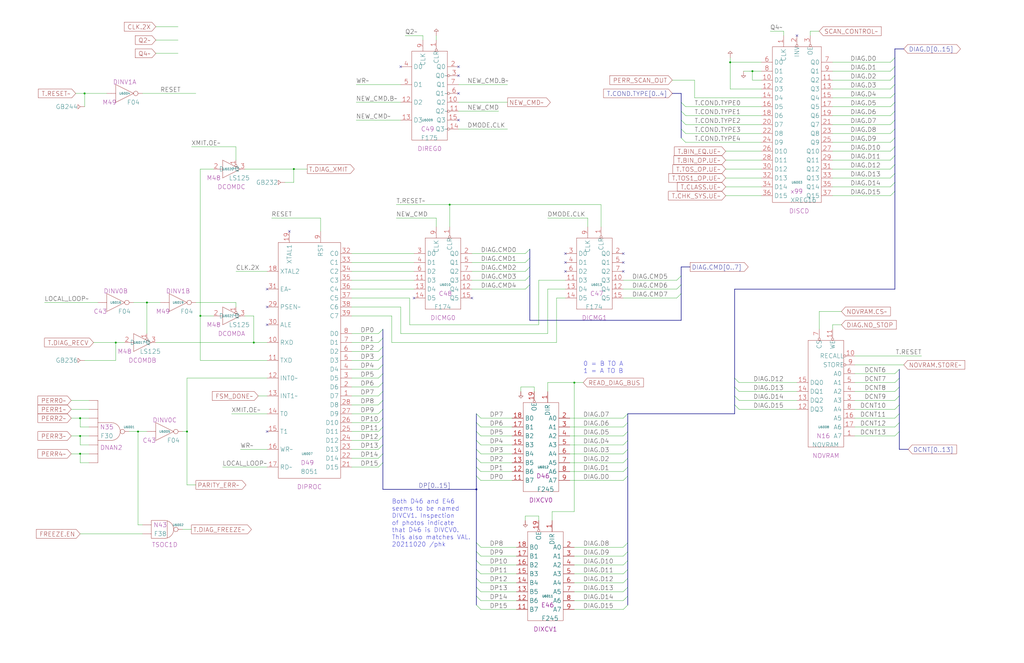
<source format=kicad_sch>
(kicad_sch (version 20211123) (generator eeschema)
  (paper "User" 584.2 378.46)
  (title_block (title "DIAGNOSTIC PROCESSOR\\n8051 AND NOVRAM") (date "15-MAR-90") (rev "1.0") (comment 1 "TYPE") (comment 2 "232-003062") (comment 3 "S400") (comment 4 "RELEASED"))
  (junction (at 45.72 259.08))
  (junction (at 114.3 180.34))
  (junction (at 66.04 195.58))
  (junction (at 83.82 172.72))
  (junction (at 45.72 248.92))
  (junction (at 429.26 40.64))
  (junction (at 45.72 238.76))
  (junction (at 144.78 195.58))
  (junction (at 78.74 246.38))
  (junction (at 48.26 53.34))
  (junction (at 271.78 279.4))
  (junction (at 167.64 96.52))
  (junction (at 256.54 116.84))
  (junction (at 327.66 218.44))
  (junction (at 106.68 246.38))
  (junction (at 416.56 35.56))
  (no_connect (at 454.66 20.32))
  (no_connect (at 261.62 68.58))
  (no_connect (at 261.62 38.1))
  (no_connect (at 322.58 144.78))
  (no_connect (at 165.1 132.08))
  (no_connect (at 269.24 170.18))
  (no_connect (at 152.4 246.38))
  (no_connect (at 355.6 144.78))
  (no_connect (at 355.6 154.94))
  (no_connect (at 261.62 53.34))
  (no_connect (at 261.62 43.18))
  (no_connect (at 355.6 149.86))
  (no_connect (at 152.4 165.1))
  (no_connect (at 228.6 38.1))
  (no_connect (at 322.58 149.86))
  (no_connect (at 322.58 154.94))
  (no_connect (at 236.22 170.18))
  (no_connect (at 152.4 175.26))
  (no_connect (at 152.4 185.42))
  (bus_entry (at 388.62 63.5) (size 2.54 2.54))
  (bus_entry (at 510.54 109.22) (size -2.54 2.54))
  (bus_entry (at 358.14 345.44) (size -2.54 2.54))
  (bus_entry (at 218.44 223.52) (size -2.54 2.54))
  (bus_entry (at 419.1 231.14) (size 2.54 2.54))
  (bus_entry (at 388.62 68.58) (size 2.54 2.54))
  (bus_entry (at 271.78 335.28) (size 2.54 2.54))
  (bus_entry (at 510.54 48.26) (size -2.54 2.54))
  (bus_entry (at 358.14 246.38) (size -2.54 2.54))
  (bus_entry (at 510.54 78.74) (size -2.54 2.54))
  (bus_entry (at 271.78 325.12) (size 2.54 2.54))
  (bus_entry (at 510.54 104.14) (size -2.54 2.54))
  (bus_entry (at 513.08 226.06) (size -2.54 2.54))
  (bus_entry (at 419.1 215.9) (size 2.54 2.54))
  (bus_entry (at 513.08 241.3) (size -2.54 2.54))
  (bus_entry (at 271.78 314.96) (size 2.54 2.54))
  (bus_entry (at 388.62 162.56) (size -2.54 2.54))
  (bus_entry (at 218.44 208.28) (size -2.54 2.54))
  (bus_entry (at 358.14 266.7) (size -2.54 2.54))
  (bus_entry (at 218.44 187.96) (size -2.54 2.54))
  (bus_entry (at 510.54 38.1) (size -2.54 2.54))
  (bus_entry (at 271.78 309.88) (size 2.54 2.54))
  (bus_entry (at 218.44 254) (size -2.54 2.54))
  (bus_entry (at 513.08 246.38) (size -2.54 2.54))
  (bus_entry (at 510.54 58.42) (size -2.54 2.54))
  (bus_entry (at 388.62 78.74) (size 2.54 2.54))
  (bus_entry (at 510.54 53.34) (size -2.54 2.54))
  (bus_entry (at 302.26 162.56) (size -2.54 2.54))
  (bus_entry (at 510.54 99.06) (size -2.54 2.54))
  (bus_entry (at 302.26 147.32) (size -2.54 2.54))
  (bus_entry (at 302.26 142.24) (size -2.54 2.54))
  (bus_entry (at 358.14 251.46) (size -2.54 2.54))
  (bus_entry (at 302.26 152.4) (size -2.54 2.54))
  (bus_entry (at 358.14 325.12) (size -2.54 2.54))
  (bus_entry (at 218.44 238.76) (size -2.54 2.54))
  (bus_entry (at 513.08 210.82) (size -2.54 2.54))
  (bus_entry (at 302.26 157.48) (size -2.54 2.54))
  (bus_entry (at 218.44 248.92) (size -2.54 2.54))
  (bus_entry (at 218.44 218.44) (size -2.54 2.54))
  (bus_entry (at 218.44 259.08) (size -2.54 2.54))
  (bus_entry (at 218.44 243.84) (size -2.54 2.54))
  (bus_entry (at 513.08 220.98) (size -2.54 2.54))
  (bus_entry (at 358.14 320.04) (size -2.54 2.54))
  (bus_entry (at 510.54 33.02) (size -2.54 2.54))
  (bus_entry (at 218.44 228.6) (size -2.54 2.54))
  (bus_entry (at 513.08 236.22) (size -2.54 2.54))
  (bus_entry (at 513.08 215.9) (size -2.54 2.54))
  (bus_entry (at 358.14 340.36) (size -2.54 2.54))
  (bus_entry (at 271.78 251.46) (size 2.54 2.54))
  (bus_entry (at 358.14 314.96) (size -2.54 2.54))
  (bus_entry (at 358.14 309.88) (size -2.54 2.54))
  (bus_entry (at 271.78 320.04) (size 2.54 2.54))
  (bus_entry (at 419.1 226.06) (size 2.54 2.54))
  (bus_entry (at 510.54 43.18) (size -2.54 2.54))
  (bus_entry (at 510.54 63.5) (size -2.54 2.54))
  (bus_entry (at 510.54 93.98) (size -2.54 2.54))
  (bus_entry (at 358.14 335.28) (size -2.54 2.54))
  (bus_entry (at 358.14 236.22) (size -2.54 2.54))
  (bus_entry (at 388.62 58.42) (size 2.54 2.54))
  (bus_entry (at 218.44 264.16) (size -2.54 2.54))
  (bus_entry (at 271.78 261.62) (size 2.54 2.54))
  (bus_entry (at 358.14 261.62) (size -2.54 2.54))
  (bus_entry (at 358.14 256.54) (size -2.54 2.54))
  (bus_entry (at 358.14 241.3) (size -2.54 2.54))
  (bus_entry (at 218.44 213.36) (size -2.54 2.54))
  (bus_entry (at 218.44 233.68) (size -2.54 2.54))
  (bus_entry (at 271.78 345.44) (size 2.54 2.54))
  (bus_entry (at 218.44 198.12) (size -2.54 2.54))
  (bus_entry (at 419.1 220.98) (size 2.54 2.54))
  (bus_entry (at 513.08 231.14) (size -2.54 2.54))
  (bus_entry (at 510.54 88.9) (size -2.54 2.54))
  (bus_entry (at 271.78 236.22) (size 2.54 2.54))
  (bus_entry (at 388.62 157.48) (size -2.54 2.54))
  (bus_entry (at 510.54 68.58) (size -2.54 2.54))
  (bus_entry (at 271.78 256.54) (size 2.54 2.54))
  (bus_entry (at 358.14 330.2) (size -2.54 2.54))
  (bus_entry (at 510.54 83.82) (size -2.54 2.54))
  (bus_entry (at 218.44 203.2) (size -2.54 2.54))
  (bus_entry (at 271.78 340.36) (size 2.54 2.54))
  (bus_entry (at 388.62 73.66) (size 2.54 2.54))
  (bus_entry (at 271.78 330.2) (size 2.54 2.54))
  (bus_entry (at 271.78 266.7) (size 2.54 2.54))
  (bus_entry (at 271.78 246.38) (size 2.54 2.54))
  (bus_entry (at 271.78 241.3) (size 2.54 2.54))
  (bus_entry (at 271.78 271.78) (size 2.54 2.54))
  (bus_entry (at 358.14 271.78) (size -2.54 2.54))
  (bus_entry (at 388.62 167.64) (size -2.54 2.54))
  (bus_entry (at 218.44 193.04) (size -2.54 2.54))
  (bus_entry (at 510.54 73.66) (size -2.54 2.54))
  (wire (pts (xy 312.42 223.52) (xy 312.42 218.44)))
  (wire (pts (xy 474.98 111.76) (xy 508 111.76)))
  (wire (pts (xy 396.24 55.88) (xy 434.34 55.88)))
  (wire (pts (xy 292.1 269.24) (xy 274.32 269.24)))
  (wire (pts (xy 396.24 45.72) (xy 396.24 55.88)))
  (wire (pts (xy 81.28 53.34) (xy 111.76 53.34)))
  (wire (pts (xy 200.66 200.66) (xy 215.9 200.66)))
  (wire (pts (xy 200.66 231.14) (xy 215.9 231.14)))
  (wire (pts (xy 241.3 22.86) (xy 241.3 20.32)))
  (wire (pts (xy 106.68 246.38) (xy 104.14 246.38)))
  (bus (pts (xy 510.54 27.94) (xy 510.54 33.02)))
  (wire (pts (xy 48.26 53.34) (xy 60.96 53.34)))
  (wire (pts (xy 474.98 86.36) (xy 508 86.36)))
  (wire (pts (xy 78.74 246.38) (xy 83.82 246.38)))
  (wire (pts (xy 355.6 317.5) (xy 327.66 317.5)))
  (wire (pts (xy 233.68 185.42) (xy 307.34 185.42)))
  (wire (pts (xy 45.72 243.84) (xy 45.72 238.76)))
  (wire (pts (xy 414.02 101.6) (xy 434.34 101.6)))
  (bus (pts (xy 218.44 213.36) (xy 218.44 208.28)))
  (bus (pts (xy 383.54 53.34) (xy 388.62 53.34)))
  (wire (pts (xy 294.64 337.82) (xy 274.32 337.82)))
  (bus (pts (xy 388.62 167.64) (xy 388.62 182.88)))
  (wire (pts (xy 256.54 116.84) (xy 342.9 116.84)))
  (bus (pts (xy 302.26 157.48) (xy 302.26 162.56)))
  (wire (pts (xy 132.08 236.22) (xy 152.4 236.22)))
  (bus (pts (xy 218.44 279.4) (xy 271.78 279.4)))
  (wire (pts (xy 114.3 96.52) (xy 114.3 180.34)))
  (wire (pts (xy 43.18 53.34) (xy 48.26 53.34)))
  (wire (pts (xy 312.42 218.44) (xy 327.66 218.44)))
  (bus (pts (xy 358.14 246.38) (xy 358.14 251.46)))
  (wire (pts (xy 292.1 238.76) (xy 274.32 238.76)))
  (wire (pts (xy 269.24 154.94) (xy 299.72 154.94)))
  (wire (pts (xy 200.66 210.82) (xy 215.9 210.82)))
  (wire (pts (xy 203.2 58.42) (xy 228.6 58.42)))
  (wire (pts (xy 307.34 160.02) (xy 322.58 160.02)))
  (wire (pts (xy 139.7 96.52) (xy 167.64 96.52)))
  (wire (pts (xy 383.54 45.72) (xy 396.24 45.72)))
  (wire (pts (xy 228.6 175.26) (xy 228.6 190.5)))
  (wire (pts (xy 139.7 180.34) (xy 144.78 180.34)))
  (wire (pts (xy 414.02 106.68) (xy 434.34 106.68)))
  (bus (pts (xy 388.62 152.4) (xy 388.62 157.48)))
  (wire (pts (xy 474.98 35.56) (xy 508 35.56)))
  (wire (pts (xy 200.66 215.9) (xy 215.9 215.9)))
  (wire (pts (xy 355.6 312.42) (xy 327.66 312.42)))
  (wire (pts (xy 327.66 292.1) (xy 327.66 218.44)))
  (bus (pts (xy 218.44 254) (xy 218.44 259.08)))
  (bus (pts (xy 513.08 226.06) (xy 513.08 231.14)))
  (wire (pts (xy 355.6 165.1) (xy 386.08 165.1)))
  (wire (pts (xy 307.34 294.64) (xy 299.72 294.64)))
  (wire (pts (xy 307.34 185.42) (xy 307.34 160.02)))
  (wire (pts (xy 355.6 248.92) (xy 325.12 248.92)))
  (wire (pts (xy 200.66 251.46) (xy 215.9 251.46)))
  (wire (pts (xy 104.14 302.26) (xy 109.22 302.26)))
  (bus (pts (xy 513.08 241.3) (xy 513.08 246.38)))
  (bus (pts (xy 218.44 264.16) (xy 218.44 279.4)))
  (wire (pts (xy 203.2 68.58) (xy 228.6 68.58)))
  (wire (pts (xy 200.66 261.62) (xy 215.9 261.62)))
  (bus (pts (xy 358.14 314.96) (xy 358.14 320.04)))
  (wire (pts (xy 355.6 332.74) (xy 327.66 332.74)))
  (wire (pts (xy 66.04 205.74) (xy 66.04 195.58)))
  (bus (pts (xy 388.62 58.42) (xy 388.62 63.5)))
  (wire (pts (xy 355.6 322.58) (xy 327.66 322.58)))
  (bus (pts (xy 302.26 142.24) (xy 302.26 147.32)))
  (bus (pts (xy 302.26 162.56) (xy 302.26 182.88)))
  (wire (pts (xy 474.98 60.96) (xy 508 60.96)))
  (bus (pts (xy 513.08 210.82) (xy 513.08 215.9)))
  (wire (pts (xy 510.54 223.52) (xy 487.68 223.52)))
  (wire (pts (xy 200.66 144.78) (xy 236.22 144.78)))
  (wire (pts (xy 50.8 243.84) (xy 45.72 243.84)))
  (wire (pts (xy 327.66 218.44) (xy 332.74 218.44)))
  (wire (pts (xy 114.3 180.34) (xy 121.92 180.34)))
  (wire (pts (xy 355.6 254) (xy 325.12 254)))
  (wire (pts (xy 147.32 226.06) (xy 152.4 226.06)))
  (wire (pts (xy 391.16 66.04) (xy 434.34 66.04)))
  (bus (pts (xy 271.78 256.54) (xy 271.78 261.62)))
  (wire (pts (xy 40.64 259.08) (xy 45.72 259.08)))
  (bus (pts (xy 218.44 248.92) (xy 218.44 254)))
  (wire (pts (xy 294.64 342.9) (xy 274.32 342.9)))
  (bus (pts (xy 358.14 335.28) (xy 358.14 340.36)))
  (bus (pts (xy 510.54 63.5) (xy 510.54 58.42)))
  (wire (pts (xy 48.26 205.74) (xy 66.04 205.74)))
  (bus (pts (xy 510.54 165.1) (xy 510.54 109.22)))
  (wire (pts (xy 414.02 91.44) (xy 434.34 91.44)))
  (wire (pts (xy 480.06 177.8) (xy 467.36 177.8)))
  (wire (pts (xy 474.98 106.68) (xy 508 106.68)))
  (bus (pts (xy 513.08 215.9) (xy 513.08 220.98)))
  (bus (pts (xy 271.78 314.96) (xy 271.78 320.04)))
  (bus (pts (xy 218.44 203.2) (xy 218.44 208.28)))
  (wire (pts (xy 391.16 76.2) (xy 434.34 76.2)))
  (bus (pts (xy 388.62 73.66) (xy 388.62 78.74)))
  (wire (pts (xy 88.9 22.86) (xy 101.6 22.86)))
  (bus (pts (xy 218.44 228.6) (xy 218.44 223.52)))
  (wire (pts (xy 45.72 254) (xy 45.72 248.92)))
  (wire (pts (xy 312.42 190.5) (xy 312.42 165.1)))
  (wire (pts (xy 292.1 264.16) (xy 274.32 264.16)))
  (wire (pts (xy 45.72 264.16) (xy 45.72 259.08)))
  (wire (pts (xy 200.66 175.26) (xy 228.6 175.26)))
  (wire (pts (xy 434.34 45.72) (xy 429.26 45.72)))
  (wire (pts (xy 474.98 40.64) (xy 508 40.64)))
  (bus (pts (xy 510.54 53.34) (xy 510.54 58.42)))
  (wire (pts (xy 391.16 60.96) (xy 434.34 60.96)))
  (wire (pts (xy 474.98 50.8) (xy 508 50.8)))
  (wire (pts (xy 200.66 246.38) (xy 215.9 246.38)))
  (wire (pts (xy 134.62 83.82) (xy 134.62 91.44)))
  (bus (pts (xy 302.26 182.88) (xy 388.62 182.88)))
  (wire (pts (xy 467.36 177.8) (xy 467.36 187.96)))
  (wire (pts (xy 355.6 264.16) (xy 325.12 264.16)))
  (wire (pts (xy 81.28 299.72) (xy 78.74 299.72)))
  (bus (pts (xy 513.08 231.14) (xy 513.08 236.22)))
  (bus (pts (xy 510.54 93.98) (xy 510.54 99.06)))
  (bus (pts (xy 302.26 152.4) (xy 302.26 157.48)))
  (bus (pts (xy 388.62 63.5) (xy 388.62 68.58)))
  (wire (pts (xy 355.6 170.18) (xy 386.08 170.18)))
  (bus (pts (xy 510.54 78.74) (xy 510.54 83.82)))
  (wire (pts (xy 200.66 241.3) (xy 215.9 241.3)))
  (bus (pts (xy 358.14 320.04) (xy 358.14 325.12)))
  (wire (pts (xy 355.6 238.76) (xy 325.12 238.76)))
  (wire (pts (xy 106.68 276.86) (xy 111.76 276.86)))
  (bus (pts (xy 510.54 104.14) (xy 510.54 109.22)))
  (wire (pts (xy 429.26 40.64) (xy 434.34 40.64)))
  (bus (pts (xy 271.78 340.36) (xy 271.78 345.44)))
  (bus (pts (xy 388.62 53.34) (xy 388.62 58.42)))
  (wire (pts (xy 228.6 190.5) (xy 312.42 190.5)))
  (wire (pts (xy 355.6 259.08) (xy 325.12 259.08)))
  (wire (pts (xy 200.66 149.86) (xy 236.22 149.86)))
  (wire (pts (xy 416.56 50.8) (xy 416.56 35.56)))
  (wire (pts (xy 203.2 48.26) (xy 228.6 48.26)))
  (bus (pts (xy 510.54 38.1) (xy 510.54 43.18)))
  (wire (pts (xy 307.34 297.18) (xy 307.34 294.64)))
  (wire (pts (xy 299.72 294.64) (xy 299.72 297.18)))
  (wire (pts (xy 474.98 187.96) (xy 474.98 185.42)))
  (wire (pts (xy 294.64 327.66) (xy 274.32 327.66)))
  (wire (pts (xy 256.54 116.84) (xy 256.54 129.54)))
  (bus (pts (xy 271.78 320.04) (xy 271.78 325.12)))
  (wire (pts (xy 134.62 154.94) (xy 152.4 154.94)))
  (bus (pts (xy 358.14 325.12) (xy 358.14 330.2)))
  (wire (pts (xy 200.66 190.5) (xy 215.9 190.5)))
  (bus (pts (xy 358.14 330.2) (xy 358.14 335.28)))
  (bus (pts (xy 388.62 162.56) (xy 388.62 167.64)))
  (wire (pts (xy 200.66 220.98) (xy 215.9 220.98)))
  (bus (pts (xy 271.78 330.2) (xy 271.78 335.28)))
  (wire (pts (xy 312.42 165.1) (xy 322.58 165.1)))
  (wire (pts (xy 200.66 170.18) (xy 233.68 170.18)))
  (wire (pts (xy 292.1 243.84) (xy 274.32 243.84)))
  (wire (pts (xy 162.56 104.14) (xy 167.64 104.14)))
  (bus (pts (xy 358.14 271.78) (xy 358.14 309.88)))
  (bus (pts (xy 419.1 226.06) (xy 419.1 231.14)))
  (bus (pts (xy 271.78 251.46) (xy 271.78 256.54)))
  (wire (pts (xy 182.88 124.46) (xy 154.94 124.46)))
  (bus (pts (xy 302.26 147.32) (xy 302.26 152.4)))
  (bus (pts (xy 271.78 335.28) (xy 271.78 340.36)))
  (wire (pts (xy 261.62 58.42) (xy 289.56 58.42)))
  (wire (pts (xy 200.66 180.34) (xy 223.52 180.34)))
  (wire (pts (xy 510.54 218.44) (xy 487.68 218.44)))
  (bus (pts (xy 218.44 218.44) (xy 218.44 223.52)))
  (wire (pts (xy 114.3 205.74) (xy 152.4 205.74)))
  (wire (pts (xy 510.54 233.68) (xy 487.68 233.68)))
  (bus (pts (xy 513.08 236.22) (xy 513.08 241.3)))
  (wire (pts (xy 474.98 66.04) (xy 508 66.04)))
  (wire (pts (xy 76.2 172.72) (xy 83.82 172.72)))
  (wire (pts (xy 48.26 53.34) (xy 48.26 60.96)))
  (wire (pts (xy 416.56 35.56) (xy 416.56 33.02)))
  (wire (pts (xy 414.02 111.76) (xy 434.34 111.76)))
  (wire (pts (xy 355.6 327.66) (xy 327.66 327.66)))
  (wire (pts (xy 248.92 129.54) (xy 248.92 124.46)))
  (wire (pts (xy 429.26 45.72) (xy 429.26 40.64)))
  (wire (pts (xy 200.66 226.06) (xy 215.9 226.06)))
  (bus (pts (xy 388.62 152.4) (xy 393.7 152.4)))
  (wire (pts (xy 200.66 195.58) (xy 215.9 195.58)))
  (wire (pts (xy 467.36 17.78) (xy 462.28 17.78)))
  (wire (pts (xy 294.64 312.42) (xy 274.32 312.42)))
  (bus (pts (xy 271.78 241.3) (xy 271.78 246.38)))
  (wire (pts (xy 167.64 104.14) (xy 167.64 96.52)))
  (bus (pts (xy 419.1 220.98) (xy 419.1 226.06)))
  (wire (pts (xy 474.98 96.52) (xy 508 96.52)))
  (bus (pts (xy 271.78 309.88) (xy 271.78 314.96)))
  (bus (pts (xy 271.78 271.78) (xy 271.78 279.4)))
  (bus (pts (xy 513.08 246.38) (xy 513.08 256.54)))
  (wire (pts (xy 137.16 256.54) (xy 152.4 256.54)))
  (wire (pts (xy 355.6 342.9) (xy 327.66 342.9)))
  (wire (pts (xy 269.24 160.02) (xy 299.72 160.02)))
  (bus (pts (xy 271.78 271.78) (xy 271.78 266.7)))
  (wire (pts (xy 45.72 259.08) (xy 50.8 259.08)))
  (wire (pts (xy 474.98 45.72) (xy 508 45.72)))
  (wire (pts (xy 474.98 55.88) (xy 508 55.88)))
  (wire (pts (xy 200.66 165.1) (xy 236.22 165.1)))
  (wire (pts (xy 88.9 30.48) (xy 101.6 30.48)))
  (wire (pts (xy 294.64 347.98) (xy 274.32 347.98)))
  (bus (pts (xy 515.62 27.94) (xy 510.54 27.94)))
  (bus (pts (xy 388.62 68.58) (xy 388.62 73.66)))
  (wire (pts (xy 50.8 264.16) (xy 45.72 264.16)))
  (wire (pts (xy 269.24 144.78) (xy 299.72 144.78)))
  (bus (pts (xy 518.16 256.54) (xy 513.08 256.54)))
  (wire (pts (xy 223.52 180.34) (xy 223.52 195.58)))
  (bus (pts (xy 358.14 256.54) (xy 358.14 261.62)))
  (wire (pts (xy 355.6 269.24) (xy 325.12 269.24)))
  (bus (pts (xy 271.78 236.22) (xy 271.78 241.3)))
  (bus (pts (xy 271.78 246.38) (xy 271.78 251.46)))
  (wire (pts (xy 462.28 17.78) (xy 462.28 20.32)))
  (wire (pts (xy 261.62 63.5) (xy 284.48 63.5)))
  (wire (pts (xy 83.82 172.72) (xy 83.82 190.5)))
  (wire (pts (xy 510.54 228.6) (xy 487.68 228.6)))
  (wire (pts (xy 200.66 236.22) (xy 215.9 236.22)))
  (wire (pts (xy 144.78 195.58) (xy 152.4 195.58)))
  (wire (pts (xy 515.62 208.28) (xy 487.68 208.28)))
  (wire (pts (xy 106.68 215.9) (xy 106.68 246.38)))
  (wire (pts (xy 474.98 101.6) (xy 508 101.6)))
  (wire (pts (xy 454.66 218.44) (xy 421.64 218.44)))
  (wire (pts (xy 200.66 205.74) (xy 215.9 205.74)))
  (wire (pts (xy 434.34 50.8) (xy 416.56 50.8)))
  (wire (pts (xy 391.16 81.28) (xy 434.34 81.28)))
  (bus (pts (xy 358.14 236.22) (xy 358.14 241.3)))
  (wire (pts (xy 261.62 48.26) (xy 289.56 48.26)))
  (wire (pts (xy 73.66 246.38) (xy 78.74 246.38)))
  (wire (pts (xy 447.04 17.78) (xy 447.04 20.32)))
  (bus (pts (xy 358.14 261.62) (xy 358.14 266.7)))
  (bus (pts (xy 510.54 33.02) (xy 510.54 38.1)))
  (wire (pts (xy 45.72 304.8) (xy 81.28 304.8)))
  (wire (pts (xy 40.64 228.6) (xy 50.8 228.6)))
  (wire (pts (xy 424.18 40.64) (xy 429.26 40.64)))
  (wire (pts (xy 292.1 259.08) (xy 274.32 259.08)))
  (wire (pts (xy 414.02 96.52) (xy 434.34 96.52)))
  (wire (pts (xy 121.92 96.52) (xy 114.3 96.52)))
  (wire (pts (xy 25.4 172.72) (xy 55.88 172.72)))
  (wire (pts (xy 355.6 160.02) (xy 386.08 160.02)))
  (wire (pts (xy 312.42 124.46) (xy 335.28 124.46)))
  (wire (pts (xy 510.54 238.76) (xy 487.68 238.76)))
  (bus (pts (xy 358.14 309.88) (xy 358.14 314.96)))
  (wire (pts (xy 40.64 233.68) (xy 50.8 233.68)))
  (wire (pts (xy 200.66 160.02) (xy 236.22 160.02)))
  (wire (pts (xy 355.6 337.82) (xy 327.66 337.82)))
  (wire (pts (xy 109.22 83.82) (xy 134.62 83.82)))
  (wire (pts (xy 134.62 172.72) (xy 134.62 175.26)))
  (bus (pts (xy 218.44 243.84) (xy 218.44 248.92)))
  (wire (pts (xy 474.98 71.12) (xy 508 71.12)))
  (wire (pts (xy 454.66 228.6) (xy 421.64 228.6)))
  (bus (pts (xy 271.78 261.62) (xy 271.78 266.7)))
  (wire (pts (xy 439.42 17.78) (xy 447.04 17.78)))
  (wire (pts (xy 297.18 220.98) (xy 297.18 223.52)))
  (bus (pts (xy 510.54 43.18) (xy 510.54 48.26)))
  (bus (pts (xy 271.78 325.12) (xy 271.78 330.2)))
  (wire (pts (xy 294.64 332.74) (xy 274.32 332.74)))
  (bus (pts (xy 513.08 220.98) (xy 513.08 226.06)))
  (wire (pts (xy 152.4 215.9) (xy 106.68 215.9)))
  (wire (pts (xy 414.02 86.36) (xy 434.34 86.36)))
  (bus (pts (xy 510.54 73.66) (xy 510.54 78.74)))
  (wire (pts (xy 40.64 238.76) (xy 45.72 238.76)))
  (bus (pts (xy 510.54 88.9) (xy 510.54 93.98)))
  (bus (pts (xy 419.1 215.9) (xy 419.1 220.98)))
  (bus (pts (xy 218.44 228.6) (xy 218.44 233.68)))
  (bus (pts (xy 510.54 68.58) (xy 510.54 63.5)))
  (wire (pts (xy 525.78 203.2) (xy 487.68 203.2)))
  (wire (pts (xy 53.34 195.58) (xy 66.04 195.58)))
  (wire (pts (xy 314.96 297.18) (xy 314.96 292.1)))
  (wire (pts (xy 355.6 347.98) (xy 327.66 347.98)))
  (wire (pts (xy 314.96 292.1) (xy 327.66 292.1)))
  (bus (pts (xy 419.1 165.1) (xy 510.54 165.1)))
  (bus (pts (xy 358.14 251.46) (xy 358.14 256.54)))
  (bus (pts (xy 218.44 218.44) (xy 218.44 213.36)))
  (bus (pts (xy 419.1 236.22) (xy 358.14 236.22)))
  (wire (pts (xy 474.98 76.2) (xy 508 76.2)))
  (wire (pts (xy 269.24 149.86) (xy 299.72 149.86)))
  (wire (pts (xy 200.66 256.54) (xy 215.9 256.54)))
  (wire (pts (xy 50.8 254) (xy 45.72 254)))
  (wire (pts (xy 454.66 233.68) (xy 421.64 233.68)))
  (wire (pts (xy 167.64 96.52) (xy 175.26 96.52)))
  (wire (pts (xy 144.78 180.34) (xy 144.78 195.58)))
  (wire (pts (xy 45.72 238.76) (xy 50.8 238.76)))
  (wire (pts (xy 226.06 116.84) (xy 256.54 116.84)))
  (wire (pts (xy 66.04 195.58) (xy 71.12 195.58)))
  (wire (pts (xy 292.1 274.32) (xy 274.32 274.32)))
  (wire (pts (xy 342.9 129.54) (xy 342.9 116.84)))
  (wire (pts (xy 317.5 170.18) (xy 322.58 170.18)))
  (wire (pts (xy 510.54 213.36) (xy 487.68 213.36)))
  (bus (pts (xy 271.78 279.4) (xy 271.78 309.88)))
  (wire (pts (xy 223.52 195.58) (xy 317.5 195.58)))
  (bus (pts (xy 510.54 48.26) (xy 510.54 53.34)))
  (bus (pts (xy 419.1 215.9) (xy 419.1 165.1)))
  (wire (pts (xy 233.68 170.18) (xy 233.68 185.42)))
  (wire (pts (xy 111.76 172.72) (xy 134.62 172.72)))
  (bus (pts (xy 218.44 193.04) (xy 218.44 198.12)))
  (wire (pts (xy 226.06 124.46) (xy 248.92 124.46)))
  (wire (pts (xy 510.54 248.92) (xy 487.68 248.92)))
  (wire (pts (xy 480.06 185.42) (xy 474.98 185.42)))
  (wire (pts (xy 292.1 248.92) (xy 274.32 248.92)))
  (wire (pts (xy 355.6 243.84) (xy 325.12 243.84)))
  (wire (pts (xy 200.66 154.94) (xy 236.22 154.94)))
  (wire (pts (xy 269.24 165.1) (xy 299.72 165.1)))
  (bus (pts (xy 218.44 259.08) (xy 218.44 264.16)))
  (wire (pts (xy 106.68 246.38) (xy 106.68 276.86)))
  (wire (pts (xy 416.56 35.56) (xy 434.34 35.56)))
  (bus (pts (xy 358.14 340.36) (xy 358.14 345.44)))
  (bus (pts (xy 510.54 68.58) (xy 510.54 73.66)))
  (bus (pts (xy 358.14 241.3) (xy 358.14 246.38)))
  (wire (pts (xy 391.16 71.12) (xy 434.34 71.12)))
  (wire (pts (xy 304.8 220.98) (xy 297.18 220.98)))
  (wire (pts (xy 261.62 73.66) (xy 289.56 73.66)))
  (bus (pts (xy 358.14 266.7) (xy 358.14 271.78)))
  (bus (pts (xy 510.54 99.06) (xy 510.54 104.14)))
  (bus (pts (xy 388.62 157.48) (xy 388.62 162.56)))
  (wire (pts (xy 317.5 195.58) (xy 317.5 170.18)))
  (wire (pts (xy 182.88 132.08) (xy 182.88 124.46)))
  (wire (pts (xy 127 266.7) (xy 152.4 266.7)))
  (wire (pts (xy 294.64 322.58) (xy 274.32 322.58)))
  (bus (pts (xy 218.44 198.12) (xy 218.44 203.2)))
  (wire (pts (xy 200.66 266.7) (xy 215.9 266.7)))
  (wire (pts (xy 114.3 180.34) (xy 114.3 205.74)))
  (wire (pts (xy 304.8 223.52) (xy 304.8 220.98)))
  (wire (pts (xy 78.74 246.38) (xy 78.74 299.72)))
  (wire (pts (xy 40.64 248.92) (xy 45.72 248.92)))
  (wire (pts (xy 335.28 129.54) (xy 335.28 124.46)))
  (wire (pts (xy 248.92 20.32) (xy 248.92 22.86)))
  (bus (pts (xy 218.44 238.76) (xy 218.44 243.84)))
  (wire (pts (xy 355.6 274.32) (xy 325.12 274.32)))
  (bus (pts (xy 419.1 231.14) (xy 419.1 236.22)))
  (wire (pts (xy 231.14 20.32) (xy 241.3 20.32)))
  (wire (pts (xy 88.9 195.58) (xy 144.78 195.58)))
  (bus (pts (xy 218.44 187.96) (xy 218.44 193.04)))
  (wire (pts (xy 88.9 15.24) (xy 101.6 15.24)))
  (wire (pts (xy 474.98 91.44) (xy 508 91.44)))
  (wire (pts (xy 510.54 243.84) (xy 487.68 243.84)))
  (bus (pts (xy 218.44 233.68) (xy 218.44 238.76)))
  (wire (pts (xy 292.1 254) (xy 274.32 254)))
  (wire (pts (xy 294.64 317.5) (xy 274.32 317.5)))
  (bus (pts (xy 510.54 83.82) (xy 510.54 88.9)))
  (wire (pts (xy 83.82 172.72) (xy 91.44 172.72)))
  (wire (pts (xy 45.72 248.92) (xy 50.8 248.92)))
  (wire (pts (xy 454.66 223.52) (xy 421.64 223.52)))
  (wire (pts (xy 474.98 81.28) (xy 508 81.28)))
  (text "0 = B TO A\n1 = A TO B\n" (at 355.6 213.36 180) (effects (font (size 2.54 2.54)) (justify right bottom)))
  (text "Both D46 and E46\nseems to be named\nDIVCV1. Inspection\nof photos indicate\nthat D46 is DIVCV0.\nThis also matches VAL.\n20211020 /phk " (at 223.52 312.42 0) (effects (font (size 2.54 2.54)) (justify left bottom)))
  (label "DP10" (at 279.4 322.58 0) (effects (font (size 2.54 2.54))))
  (label "DIAG.D14" (at 447.04 228.6 180) (effects (font (size 2.54 2.54))))
  (label "DP2" (at 205.74 200.66 0) (effects (font (size 2.54 2.54))))
  (label "DP9" (at 205.74 236.22 0) (effects (font (size 2.54 2.54))))
  (label "DIAG.D1" (at 485.14 40.64 0) (effects (font (size 2.54 2.54))))
  (label "DCNT9" (at 505.46 228.6 180) (effects (font (size 2.54 2.54))))
  (label "DP2" (at 279.4 264.16 0) (effects (font (size 2.54 2.54))))
  (label "DCNT6" (at 505.46 213.36 180) (effects (font (size 2.54 2.54))))
  (label "T.RESET" (at 525.78 203.2 180) (effects (font (size 2.54 2.54))))
  (label "T.COND.TYPE0" (at 396.24 60.96 0) (effects (font (size 2.54 2.54))))
  (label "RESET" (at 154.94 124.46 0) (effects (font (size 2.54 2.54))))
  (label "DP5" (at 205.74 215.9 0) (effects (font (size 2.54 2.54))))
  (label "DIAG.CMD0" (at 274.32 144.78 0) (effects (font (size 2.54 2.54))))
  (label "DIAG.D9" (at 485.14 81.28 0) (effects (font (size 2.54 2.54))))
  (label "NEW_CMD.B~" (at 266.7 48.26 0) (effects (font (size 2.54 2.54))))
  (label "XMIT.OE~" (at 109.22 83.82 0) (effects (font (size 2.54 2.54))))
  (label "DP1" (at 205.74 195.58 0) (effects (font (size 2.54 2.54))))
  (label "DP11" (at 205.74 246.38 0) (effects (font (size 2.54 2.54))))
  (label "DP12" (at 205.74 251.46 0) (effects (font (size 2.54 2.54))))
  (label "DIAG.D14" (at 332.74 342.9 0) (effects (font (size 2.54 2.54))))
  (label "T.COND.TYPE4" (at 396.24 81.28 0) (effects (font (size 2.54 2.54))))
  (label "RESET" (at 91.44 53.34 0) (effects (font (size 2.54 2.54))))
  (label "DIAG.D6" (at 332.74 243.84 0) (effects (font (size 2.54 2.54))))
  (label "T.COND.TYPE2" (at 396.24 71.12 0) (effects (font (size 2.54 2.54))))
  (label "DP10" (at 205.74 241.3 0) (effects (font (size 2.54 2.54))))
  (label "DIAG.D5" (at 485.14 60.96 0) (effects (font (size 2.54 2.54))))
  (label "DP13" (at 205.74 256.54 0) (effects (font (size 2.54 2.54))))
  (label "DP3" (at 279.4 259.08 0) (effects (font (size 2.54 2.54))))
  (label "Q4~" (at 439.42 17.78 0) (effects (font (size 2.54 2.54))))
  (label "DIAG.D4" (at 485.14 55.88 0) (effects (font (size 2.54 2.54))))
  (label "T.RESET~" (at 226.06 116.84 0) (effects (font (size 2.54 2.54))))
  (label "NEW_CMD~" (at 203.2 68.58 0) (effects (font (size 2.54 2.54))))
  (label "DP5" (at 279.4 248.92 0) (effects (font (size 2.54 2.54))))
  (label "DIAG.D10" (at 332.74 322.58 0) (effects (font (size 2.54 2.54))))
  (label "DP9" (at 279.4 317.5 0) (effects (font (size 2.54 2.54))))
  (label "DCNT10" (at 505.46 233.68 180) (effects (font (size 2.54 2.54))))
  (label "DIAG.D3" (at 485.14 50.8 0) (effects (font (size 2.54 2.54))))
  (label "DIAG.D11" (at 485.14 91.44 0) (effects (font (size 2.54 2.54))))
  (label "DIAG.D5" (at 332.74 248.92 0) (effects (font (size 2.54 2.54))))
  (label "WR~" (at 203.2 48.26 0) (effects (font (size 2.54 2.54))))
  (label "DIAG.D0" (at 332.74 274.32 0) (effects (font (size 2.54 2.54))))
  (label "DP[0..15]" (at 238.76 279.4 0) (effects (font (size 2.54 2.54))))
  (label "DIAG.D9" (at 332.74 317.5 0) (effects (font (size 2.54 2.54))))
  (label "DIAG.D1" (at 332.74 269.24 0) (effects (font (size 2.54 2.54))))
  (label "NEW_CMD.B~" (at 203.2 58.42 0) (effects (font (size 2.54 2.54))))
  (label "DMODE.CLK" (at 266.7 73.66 0) (effects (font (size 2.54 2.54))))
  (label "DIAG.D15" (at 332.74 347.98 0) (effects (font (size 2.54 2.54))))
  (label "DIAG.D14" (at 485.14 106.68 0) (effects (font (size 2.54 2.54))))
  (label "DIAG.D13" (at 332.74 337.82 0) (effects (font (size 2.54 2.54))))
  (label "DIAG.D15" (at 485.14 111.76 0) (effects (font (size 2.54 2.54))))
  (label "DIAG.D12" (at 332.74 332.74 0) (effects (font (size 2.54 2.54))))
  (label "DIAG.D0" (at 485.14 35.56 0) (effects (font (size 2.54 2.54))))
  (label "DP0" (at 205.74 190.5 0) (effects (font (size 2.54 2.54))))
  (label "DP6" (at 279.4 243.84 0) (effects (font (size 2.54 2.54))))
  (label "T.COND.TYPE1" (at 396.24 66.04 0) (effects (font (size 2.54 2.54))))
  (label "DP11" (at 279.4 327.66 0) (effects (font (size 2.54 2.54))))
  (label "XMIT.OE~" (at 132.08 236.22 0) (effects (font (size 2.54 2.54))))
  (label "DIAG.D10" (at 485.14 86.36 0) (effects (font (size 2.54 2.54))))
  (label "DCNT12" (at 505.46 243.84 180) (effects (font (size 2.54 2.54))))
  (label "DCNT7" (at 505.46 218.44 180) (effects (font (size 2.54 2.54))))
  (label "DP13" (at 279.4 337.82 0) (effects (font (size 2.54 2.54))))
  (label "DCNT13" (at 505.46 248.92 180) (effects (font (size 2.54 2.54))))
  (label "DIAG.CMD5" (at 360.68 160.02 0) (effects (font (size 2.54 2.54))))
  (label "DIAG.D8" (at 485.14 76.2 0) (effects (font (size 2.54 2.54))))
  (label "DP3" (at 205.74 205.74 0) (effects (font (size 2.54 2.54))))
  (label "Q2~" (at 231.14 20.32 0) (effects (font (size 2.54 2.54))))
  (label "DP15" (at 279.4 347.98 0) (effects (font (size 2.54 2.54))))
  (label "NEW_CMD" (at 226.06 124.46 0) (effects (font (size 2.54 2.54))))
  (label "DIAG.D2" (at 332.74 264.16 0) (effects (font (size 2.54 2.54))))
  (label "DP14" (at 205.74 261.62 0) (effects (font (size 2.54 2.54))))
  (label "DP4" (at 279.4 254 0) (effects (font (size 2.54 2.54))))
  (label "DIAG.D13" (at 447.04 223.52 180) (effects (font (size 2.54 2.54))))
  (label "DP6" (at 205.74 220.98 0) (effects (font (size 2.54 2.54))))
  (label "DP15" (at 205.74 266.7 0) (effects (font (size 2.54 2.54))))
  (label "DIAG.CMD3" (at 274.32 160.02 0) (effects (font (size 2.54 2.54))))
  (label "DP1" (at 279.4 269.24 0) (effects (font (size 2.54 2.54))))
  (label "DIAG.D7" (at 332.74 238.76 0) (effects (font (size 2.54 2.54))))
  (label "DIAG.CMD7" (at 360.68 170.18 0) (effects (font (size 2.54 2.54))))
  (label "DIAG.D6" (at 485.14 66.04 0) (effects (font (size 2.54 2.54))))
  (label "DMODE.CLK" (at 312.42 124.46 0) (effects (font (size 2.54 2.54))))
  (label "DIAG.D13" (at 485.14 101.6 0) (effects (font (size 2.54 2.54))))
  (label "DCNT11" (at 505.46 238.76 180) (effects (font (size 2.54 2.54))))
  (label "DIAG.D11" (at 332.74 327.66 0) (effects (font (size 2.54 2.54))))
  (label "DIAG.D8" (at 332.74 312.42 0) (effects (font (size 2.54 2.54))))
  (label "DIAG.CMD1" (at 274.32 149.86 0) (effects (font (size 2.54 2.54))))
  (label "DP14" (at 279.4 342.9 0) (effects (font (size 2.54 2.54))))
  (label "DP7" (at 205.74 226.06 0) (effects (font (size 2.54 2.54))))
  (label "CLK.2X" (at 134.62 154.94 0) (effects (font (size 2.54 2.54))))
  (label "LOCAL_LOOP~" (at 25.4 172.72 0) (effects (font (size 2.54 2.54))))
  (label "LOCAL_LOOP~" (at 127 266.7 0) (effects (font (size 2.54 2.54))))
  (label "DIAG.D4" (at 332.74 254 0) (effects (font (size 2.54 2.54))))
  (label "DIAG.D12" (at 485.14 96.52 0) (effects (font (size 2.54 2.54))))
  (label "DIAG.D15" (at 447.04 233.68 180) (effects (font (size 2.54 2.54))))
  (label "DP4" (at 205.74 210.82 0) (effects (font (size 2.54 2.54))))
  (label "DCNT8" (at 505.46 223.52 180) (effects (font (size 2.54 2.54))))
  (label "DP0" (at 279.4 274.32 0) (effects (font (size 2.54 2.54))))
  (label "DP12" (at 279.4 332.74 0) (effects (font (size 2.54 2.54))))
  (label "T.COND.TYPE3" (at 396.24 76.2 0) (effects (font (size 2.54 2.54))))
  (label "DIAG.D12" (at 447.04 218.44 180) (effects (font (size 2.54 2.54))))
  (label "DIAG.CMD2" (at 274.32 154.94 0) (effects (font (size 2.54 2.54))))
  (label "DIAG.D3" (at 332.74 259.08 0) (effects (font (size 2.54 2.54))))
  (label "DIAG.CMD4" (at 274.32 165.1 0) (effects (font (size 2.54 2.54))))
  (label "DP8" (at 279.4 312.42 0) (effects (font (size 2.54 2.54))))
  (label "DP8" (at 205.74 231.14 0) (effects (font (size 2.54 2.54))))
  (label "WR~" (at 137.16 256.54 0) (effects (font (size 2.54 2.54))))
  (label "NEW_CMD" (at 266.7 63.5 0) (effects (font (size 2.54 2.54))))
  (label "DIAG.D7" (at 485.14 71.12 0) (effects (font (size 2.54 2.54))))
  (label "DP7" (at 279.4 238.76 0) (effects (font (size 2.54 2.54))))
  (label "DIAG.D2" (at 485.14 45.72 0) (effects (font (size 2.54 2.54))))
  (label "DIAG.CMD6" (at 360.68 165.1 0) (effects (font (size 2.54 2.54))))
  (global_label "T.BIN_OP.UE~" (shape input) (at 414.02 91.44 180) (effects (font (size 2.54 2.54))) (property "Intersheet References" "${INTERSHEET_REFS}" (at 384.7102 91.2813 0) (effects (font (size 2.54 2.54)) (justify right))))
  (global_label "PERR3~" (shape input) (at 40.64 248.92 180) (effects (font (size 2.54 2.54))) (property "Intersheet References" "${INTERSHEET_REFS}" (at 21.8531 248.7613 0) (effects (font (size 2.54 2.54)) (justify right))))
  (global_label "T.COND.TYPE[0..4]" (shape input) (at 383.54 53.34 180) (effects (font (size 2.54 2.54))) (property "Intersheet References" "${INTERSHEET_REFS}" (at 344.554 53.1813 0) (effects (font (size 2.54 2.54)) (justify right))))
  (global_label "T.DIAG_RECV" (shape input) (at 53.34 195.58 180) (effects (font (size 2.54 2.54))) (property "Intersheet References" "${INTERSHEET_REFS}" (at 25.4121 195.4213 0) (effects (font (size 2.54 2.54)) (justify right))))
  (global_label "T.CLASS.UE~" (shape input) (at 414.02 106.68 180) (effects (font (size 2.54 2.54))) (property "Intersheet References" "${INTERSHEET_REFS}" (at 386.6455 106.5213 0) (effects (font (size 2.54 2.54)) (justify right))))
  (global_label "T.TOS1_OP.UE~" (shape input) (at 414.02 101.6 180) (effects (font (size 2.54 2.54))) (property "Intersheet References" "${INTERSHEET_REFS}" (at 381.6864 101.4413 0) (effects (font (size 2.54 2.54)) (justify right))))
  (global_label "FSM_DONE~" (shape input) (at 147.32 226.06 180) (effects (font (size 2.54 2.54))) (property "Intersheet References" "${INTERSHEET_REFS}" (at 121.2759 225.9013 0) (effects (font (size 2.54 2.54)) (justify right))))
  (global_label "NEW_CMD~" (shape output) (at 289.56 58.42 0) (effects (font (size 2.54 2.54))) (property "Intersheet References" "${INTERSHEET_REFS}" (at 313.7898 58.2613 0) (effects (font (size 2.54 2.54)) (justify left))))
  (global_label "DIAG.D[0..15]" (shape bidirectional) (at 515.62 27.94 0) (effects (font (size 2.54 2.54))) (property "Intersheet References" "${INTERSHEET_REFS}" (at 545.725 27.7813 0) (effects (font (size 2.54 2.54)) (justify left))))
  (global_label "PERR4~" (shape input) (at 40.64 259.08 180) (effects (font (size 2.54 2.54))) (property "Intersheet References" "${INTERSHEET_REFS}" (at 21.8531 258.9213 0) (effects (font (size 2.54 2.54)) (justify right))))
  (global_label "T.DIAG_XMIT" (shape output) (at 175.26 96.52 0) (effects (font (size 2.54 2.54))) (property "Intersheet References" "${INTERSHEET_REFS}" (at 202.0993 96.3613 0) (effects (font (size 2.54 2.54)) (justify left))))
  (global_label "FREEZE.EN" (shape input) (at 45.72 304.8 180) (effects (font (size 2.54 2.54))) (property "Intersheet References" "${INTERSHEET_REFS}" (at 20.8855 304.6413 0) (effects (font (size 2.54 2.54)) (justify right))))
  (global_label "T.TOS_OP.UE~" (shape input) (at 414.02 96.52 180) (effects (font (size 2.54 2.54))) (property "Intersheet References" "${INTERSHEET_REFS}" (at 384.1055 96.3613 0) (effects (font (size 2.54 2.54)) (justify right))))
  (global_label "DIAG.CMD[0..7]" (shape output) (at 393.7 152.4 0) (effects (font (size 2.54 2.54))) (property "Intersheet References" "${INTERSHEET_REFS}" (at 426.6384 152.2413 0) (effects (font (size 2.54 2.54)) (justify left))))
  (global_label "DIAG.NO_STOP" (shape input) (at 480.06 185.42 0) (effects (font (size 2.54 2.54))) (property "Intersheet References" "${INTERSHEET_REFS}" (at 511.1841 185.2613 0) (effects (font (size 2.54 2.54)) (justify left))))
  (global_label "PERR0~" (shape input) (at 40.64 228.6 180) (effects (font (size 2.54 2.54))) (property "Intersheet References" "${INTERSHEET_REFS}" (at 21.8531 228.4413 0) (effects (font (size 2.54 2.54)) (justify right))))
  (global_label "Q4~" (shape input) (at 88.9 30.48 180) (effects (font (size 2.54 2.54))) (property "Intersheet References" "${INTERSHEET_REFS}" (at 71.2016 30.3213 0) (effects (font (size 2.54 2.54)) (justify right))))
  (global_label "Q2~" (shape input) (at 88.9 22.86 180) (effects (font (size 2.54 2.54))) (property "Intersheet References" "${INTERSHEET_REFS}" (at 71.2016 22.7013 0) (effects (font (size 2.54 2.54)) (justify right))))
  (global_label "PARITY_ERR~" (shape output) (at 111.76 276.86 0) (effects (font (size 2.54 2.54))) (property "Intersheet References" "${INTERSHEET_REFS}" (at 140.1022 276.7013 0) (effects (font (size 2.54 2.54)) (justify left))))
  (global_label "PERR2~" (shape input) (at 40.64 238.76 180) (effects (font (size 2.54 2.54))) (property "Intersheet References" "${INTERSHEET_REFS}" (at 21.8531 238.6013 0) (effects (font (size 2.54 2.54)) (justify right))))
  (global_label "T.DIAG_FREEZE~" (shape output) (at 109.22 302.26 0) (effects (font (size 2.54 2.54))) (property "Intersheet References" "${INTERSHEET_REFS}" (at 143.2469 302.1013 0) (effects (font (size 2.54 2.54)) (justify left))))
  (global_label "T.CHK_SYS.UE~" (shape input) (at 414.02 111.76 180) (effects (font (size 2.54 2.54))) (property "Intersheet References" "${INTERSHEET_REFS}" (at 381.5655 111.6013 0) (effects (font (size 2.54 2.54)) (justify right))))
  (global_label "PERR1~" (shape input) (at 40.64 233.68 180) (effects (font (size 2.54 2.54))) (property "Intersheet References" "${INTERSHEET_REFS}" (at 21.8531 233.5213 0) (effects (font (size 2.54 2.54)) (justify right))))
  (global_label "DCNT[0..13]" (shape input) (at 518.16 256.54 0) (effects (font (size 2.54 2.54))) (property "Intersheet References" "${INTERSHEET_REFS}" (at 545.725 256.3813 0) (effects (font (size 2.54 2.54)) (justify left))))
  (global_label "PERR_SCAN_OUT" (shape input) (at 383.54 45.72 180) (effects (font (size 2.54 2.54))) (property "Intersheet References" "${INTERSHEET_REFS}" (at 348.0616 45.5613 0) (effects (font (size 2.54 2.54)) (justify right))))
  (global_label "NOVRAM.CS~" (shape input) (at 480.06 177.8 0) (effects (font (size 2.54 2.54))) (property "Intersheet References" "${INTERSHEET_REFS}" (at 507.7974 177.6413 0) (effects (font (size 2.54 2.54)) (justify left))))
  (global_label "SCAN_CONTROL~" (shape input) (at 467.36 17.78 0) (effects (font (size 2.54 2.54))) (property "Intersheet References" "${INTERSHEET_REFS}" (at 502.5965 17.6213 0) (effects (font (size 2.54 2.54)) (justify left))))
  (global_label "T.BIN_EQ.UE~" (shape input) (at 414.02 86.36 180) (effects (font (size 2.54 2.54))) (property "Intersheet References" "${INTERSHEET_REFS}" (at 384.9521 86.2013 0) (effects (font (size 2.54 2.54)) (justify right))))
  (global_label "NOVRAM.STORE~" (shape input) (at 515.62 208.28 0) (effects (font (size 2.54 2.54))) (property "Intersheet References" "${INTERSHEET_REFS}" (at 550.2517 208.1213 0) (effects (font (size 2.54 2.54)) (justify left))))
  (global_label "T.RESET~" (shape input) (at 43.18 53.34 180) (effects (font (size 2.54 2.54))) (property "Intersheet References" "${INTERSHEET_REFS}" (at 22.095 53.1813 0) (effects (font (size 2.54 2.54)) (justify right))))
  (global_label "CLK.2X" (shape input) (at 88.9 15.24 180) (effects (font (size 2.54 2.54))) (property "Intersheet References" "${INTERSHEET_REFS}" (at 70.8902 15.0813 0) (effects (font (size 2.54 2.54)) (justify right))))
  (global_label "READ_DIAG_BUS" (shape input) (at 332.74 218.44 0) (effects (font (size 2.54 2.54))) (property "Intersheet References" "${INTERSHEET_REFS}" (at 366.8879 218.2813 0) (effects (font (size 2.54 2.54)) (justify left))))
  (symbol (lib_id "r1000:F04") (at 93.98 246.38 0) (unit 1)
    (property "Reference" "U6005" (at 93.98 246.38 0))
    (property "Value" "F04" (at 95.25 251.46 0) (effects (font (size 2.54 2.54)) (justify left)))
    (property "Location" "C43" (at 81.28 251.46 0) (effects (font (size 2.54 2.54)) (justify left)))
    (property "Name" "DINV0C" (at 93.98 241.3 0) (effects (font (size 2.54 2.54)) (justify bottom)))
  )
  (symbol (lib_id "r1000:GB") (at 162.56 104.14 0) (mirror y) (unit 1)
    (property "Reference" "GB232" (at 158.75 104.14 0) (effects (font (size 2.54 2.54)) (justify left)))
    (property "Value" "GB" (effects hide))
  )
  (symbol (lib_id "r1000:LS125") (at 129.54 180.34 0) (unit 1)
    (property "Reference" "U6021" (at 130.175 180.34 0))
    (property "Value" "LS125" (at 136.525 185.42 0) (effects (font (size 2.54 2.54))))
    (property "Location" "M48" (at 121.92 185.42 0) (effects (font (size 2.54 2.54))))
    (property "Name" "DCOMDA" (at 132.08 190.5 0) (effects (font (size 2.54 2.54))))
  )
  (symbol (lib_id "r1000:F245") (at 312.42 271.78 0) (mirror y) (unit 1)
    (property "Reference" "U6012" (at 309.88 266.7 0))
    (property "Value" "F245" (at 316.23 279.4 0) (effects (font (size 2.54 2.54)) (justify left)))
    (property "Location" "D46" (at 313.69 271.78 0) (effects (font (size 2.54 2.54)) (justify left)))
    (property "Name" "DIXCV0" (at 308.61 287.02 0) (effects (font (size 2.54 2.54)) (justify bottom)))
  )
  (symbol (lib_id "r1000:F175") (at 241.3 73.66 0) (unit 1)
    (property "Reference" "U6009" (at 243.84 68.58 0))
    (property "Value" "F175" (at 240.03 78.74 0) (effects (font (size 2.54 2.54)) (justify left)))
    (property "Location" "C49" (at 240.03 73.66 0) (effects (font (size 2.54 2.54)) (justify left)))
    (property "Name" "DIREG0" (at 245.11 86.36 0) (effects (font (size 2.54 2.54)) (justify bottom)))
  )
  (symbol (lib_id "r1000:NOVRAM") (at 472.44 248.92 0) (mirror y) (unit 1)
    (property "Reference" "U6008" (at 469.9 243.84 0))
    (property "Value" "NOVRAM" (at 478.79 254 0) (effects (font (size 2.54 2.54)) (justify left)))
    (property "Location" "N16" (at 473.71 248.92 0) (effects (font (size 2.54 2.54)) (justify left)))
    (property "Name" "NOVRAM" (at 471.17 261.62 0) (effects (font (size 2.54 2.54)) (justify bottom)))
  )
  (symbol (lib_id "r1000:PD") (at 299.72 297.18 0) (mirror y) (unit 1) (in_bom no)
    (property "Reference" "#PWR0106" (effects hide))
    (property "Value" "PD" (effects hide))
  )
  (symbol (lib_id "r1000:PD") (at 297.18 223.52 0) (mirror y) (unit 1) (in_bom no)
    (property "Reference" "#PWR0105" (effects hide))
    (property "Value" "PD" (effects hide))
  )
  (symbol (lib_id "r1000:GB") (at 48.26 60.96 0) (mirror y) (unit 1)
    (property "Reference" "GB244" (at 44.45 60.96 0) (effects (font (size 2.54 2.54)) (justify left)))
    (property "Value" "GB" (effects hide))
  )
  (symbol (lib_id "r1000:F04") (at 101.6 172.72 0) (unit 1)
    (property "Reference" "U6019" (at 101.6 172.72 0))
    (property "Value" "F04" (at 102.87 177.8 0) (effects (font (size 2.54 2.54)) (justify left)))
    (property "Location" "M49" (at 88.9 177.8 0) (effects (font (size 2.54 2.54)) (justify left)))
    (property "Name" "DINV1B" (at 101.6 167.64 0) (effects (font (size 2.54 2.54)) (justify bottom)))
  )
  (symbol (lib_id "r1000:GB") (at 48.26 205.74 0) (mirror y) (unit 1)
    (property "Reference" "GB236" (at 44.45 205.74 0) (effects (font (size 2.54 2.54)) (justify left)))
    (property "Value" "GB" (effects hide))
  )
  (symbol (lib_id "r1000:F30") (at 58.42 246.38 0) (unit 1)
    (property "Reference" "U6001" (at 73.66 243.84 0))
    (property "Value" "F30" (at 60.96 248.92 0) (effects (font (size 2.54 2.54))))
    (property "Location" "N35" (at 60.96 243.84 0) (effects (font (size 2.54 2.54))))
    (property "Name" "DNAN2" (at 63.5 257 0) (effects (font (size 2.54 2.54)) (justify bottom)))
  )
  (symbol (lib_id "r1000:F245") (at 314.96 345.44 0) (mirror y) (unit 1)
    (property "Reference" "U6011" (at 312.42 340.36 0))
    (property "Value" "F245" (at 318.77 353.06 0) (effects (font (size 2.54 2.54)) (justify left)))
    (property "Location" "E46" (at 316.23 345.44 0) (effects (font (size 2.54 2.54)) (justify left)))
    (property "Name" "DIXCV1" (at 311.15 360.68 0) (effects (font (size 2.54 2.54)) (justify bottom)))
  )
  (symbol (lib_id "r1000:F04") (at 66.04 172.72 0) (unit 1)
    (property "Reference" "U6016" (at 66.04 172.72 0))
    (property "Value" "F04" (at 67.31 177.8 0) (effects (font (size 2.54 2.54)) (justify left)))
    (property "Location" "C43" (at 53.34 177.8 0) (effects (font (size 2.54 2.54)) (justify left)))
    (property "Name" "DINV0B" (at 66.04 167.64 0) (effects (font (size 2.54 2.54)) (justify bottom)))
  )
  (symbol (lib_id "r1000:F174") (at 337.82 167.64 0) (unit 1)
    (property "Reference" "U6013" (at 340.36 162.56 0))
    (property "Value" "F174" (at 334.01 175.26 0) (effects (font (size 2.54 2.54)) (justify left)))
    (property "Location" "C47" (at 336.55 167.64 0) (effects (font (size 2.54 2.54)) (justify left)))
    (property "Name" "DICMG1" (at 339.09 182.88 0) (effects (font (size 2.54 2.54)) (justify bottom)))
  )
  (symbol (lib_id "r1000:F38") (at 88.9 302.26 0) (unit 1)
    (property "Reference" "U6002" (at 101.6 299.72 0))
    (property "Value" "F38" (at 91.44 304.8 0) (effects (font (size 2.54 2.54))))
    (property "Location" "N43" (at 91.44 299.72 0) (effects (font (size 2.54 2.54))))
    (property "Name" "TSOC1D" (at 93.98 312.42 0) (effects (font (size 2.54 2.54)) (justify bottom)))
  )
  (symbol (lib_id "r1000:PD") (at 424.18 40.64 0) (unit 1) (in_bom no)
    (property "Reference" "#PWR06006" (effects hide))
    (property "Value" "PD" (effects hide))
  )
  (symbol (lib_id "r1000:8051") (at 172.72 264.16 0) (unit 1)
    (property "Reference" "U6007" (at 175.26 259.08 0))
    (property "Value" "8051" (at 171.45 269.24 0) (effects (font (size 2.54 2.54)) (justify left)))
    (property "Location" "D49" (at 171.45 264.16 0) (effects (font (size 2.54 2.54)) (justify left)))
    (property "Name" "DIPROC" (at 176.53 279.4 0) (effects (font (size 2.54 2.54)) (justify bottom)))
  )
  (symbol (lib_id "r1000:PU") (at 416.56 33.02 0) (unit 1)
    (property "Reference" "#PWR06005" (effects hide))
    (property "Value" "PU" (effects hide))
  )
  (symbol (lib_id "r1000:XREG16") (at 452.12 109.22 0) (unit 1)
    (property "Reference" "U6003" (at 454.66 104.14 0))
    (property "Value" "XREG16" (at 450.85 114.3 0) (effects (font (size 2.54 2.54)) (justify left)))
    (property "Location" "x99" (at 450.85 109.22 0) (effects (font (size 2.54 2.54)) (justify left)))
    (property "Name" "DISCD" (at 455.93 121.92 0) (effects (font (size 2.54 2.54)) (justify bottom)))
  )
  (symbol (lib_id "r1000:F174") (at 251.46 167.64 0) (unit 1)
    (property "Reference" "U6010" (at 254 162.56 0))
    (property "Value" "F174" (at 247.65 175.26 0) (effects (font (size 2.54 2.54)) (justify left)))
    (property "Location" "C48" (at 250.19 167.64 0) (effects (font (size 2.54 2.54)) (justify left)))
    (property "Name" "DICMG0" (at 252.73 182.88 0) (effects (font (size 2.54 2.54)) (justify bottom)))
  )
  (symbol (lib_id "r1000:PU") (at 248.92 20.32 0) (unit 1)
    (property "Reference" "#PWR06002" (effects hide))
    (property "Value" "PU" (effects hide))
  )
  (symbol (lib_id "r1000:LS125") (at 78.74 195.58 0) (unit 1)
    (property "Reference" "U6017" (at 79.375 195.58 0))
    (property "Value" "LS125" (at 85.725 200.66 0) (effects (font (size 2.54 2.54))))
    (property "Location" "M48" (at 71.12 200.66 0) (effects (font (size 2.54 2.54))))
    (property "Name" "DCOMDB" (at 81.28 205.74 0) (effects (font (size 2.54 2.54))))
  )
  (symbol (lib_id "r1000:LS125") (at 129.54 96.52 0) (unit 1)
    (property "Reference" "U6020" (at 130.175 96.52 0))
    (property "Value" "LS125" (at 136.525 101.6 0) (effects (font (size 2.54 2.54))))
    (property "Location" "M48" (at 121.92 101.6 0) (effects (font (size 2.54 2.54))))
    (property "Name" "DCOMDC" (at 132.08 106.68 0) (effects (font (size 2.54 2.54))))
  )
  (symbol (lib_id "r1000:F04") (at 71.12 53.34 0) (unit 1)
    (property "Reference" "U6004" (at 71.12 53.34 0))
    (property "Value" "F04" (at 72.39 58.42 0) (effects (font (size 2.54 2.54)) (justify left)))
    (property "Location" "M49" (at 58.42 58.42 0) (effects (font (size 2.54 2.54)) (justify left)))
    (property "Name" "DINV1A" (at 71.12 48.26 0) (effects (font (size 2.54 2.54)) (justify bottom)))
  )
)
</source>
